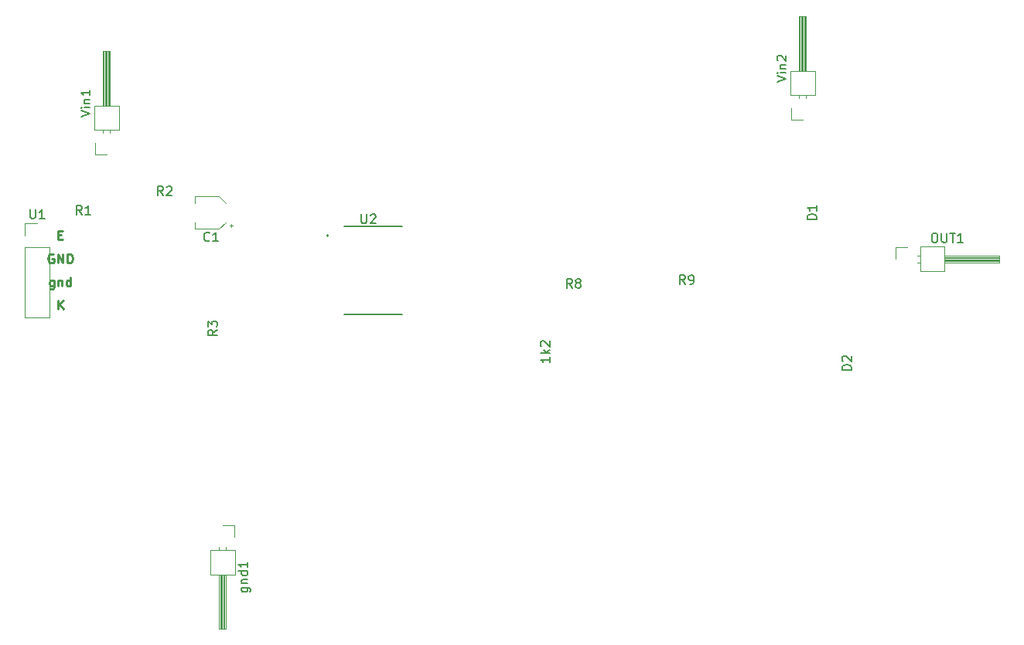
<source format=gbr>
%TF.GenerationSoftware,KiCad,Pcbnew,(5.1.10)-1*%
%TF.CreationDate,2021-11-07T21:57:16-05:00*%
%TF.ProjectId,kicad,6b696361-642e-46b6-9963-61645f706362,rev?*%
%TF.SameCoordinates,Original*%
%TF.FileFunction,Legend,Top*%
%TF.FilePolarity,Positive*%
%FSLAX46Y46*%
G04 Gerber Fmt 4.6, Leading zero omitted, Abs format (unit mm)*
G04 Created by KiCad (PCBNEW (5.1.10)-1) date 2021-11-07 21:57:16*
%MOMM*%
%LPD*%
G01*
G04 APERTURE LIST*
%ADD10C,0.250000*%
%ADD11C,0.120000*%
%ADD12C,0.100000*%
%ADD13C,0.200000*%
%ADD14C,0.127000*%
%ADD15C,0.150000*%
G04 APERTURE END LIST*
D10*
X150439523Y-109005714D02*
X150439523Y-109815238D01*
X150391904Y-109910476D01*
X150344285Y-109958095D01*
X150249047Y-110005714D01*
X150106190Y-110005714D01*
X150010952Y-109958095D01*
X150439523Y-109624761D02*
X150344285Y-109672380D01*
X150153809Y-109672380D01*
X150058571Y-109624761D01*
X150010952Y-109577142D01*
X149963333Y-109481904D01*
X149963333Y-109196190D01*
X150010952Y-109100952D01*
X150058571Y-109053333D01*
X150153809Y-109005714D01*
X150344285Y-109005714D01*
X150439523Y-109053333D01*
X150915714Y-109005714D02*
X150915714Y-109672380D01*
X150915714Y-109100952D02*
X150963333Y-109053333D01*
X151058571Y-109005714D01*
X151201428Y-109005714D01*
X151296666Y-109053333D01*
X151344285Y-109148571D01*
X151344285Y-109672380D01*
X152249047Y-109672380D02*
X152249047Y-108672380D01*
X152249047Y-109624761D02*
X152153809Y-109672380D01*
X151963333Y-109672380D01*
X151868095Y-109624761D01*
X151820476Y-109577142D01*
X151772857Y-109481904D01*
X151772857Y-109196190D01*
X151820476Y-109100952D01*
X151868095Y-109053333D01*
X151963333Y-109005714D01*
X152153809Y-109005714D01*
X152249047Y-109053333D01*
X150368095Y-106180000D02*
X150272857Y-106132380D01*
X150130000Y-106132380D01*
X149987142Y-106180000D01*
X149891904Y-106275238D01*
X149844285Y-106370476D01*
X149796666Y-106560952D01*
X149796666Y-106703809D01*
X149844285Y-106894285D01*
X149891904Y-106989523D01*
X149987142Y-107084761D01*
X150130000Y-107132380D01*
X150225238Y-107132380D01*
X150368095Y-107084761D01*
X150415714Y-107037142D01*
X150415714Y-106703809D01*
X150225238Y-106703809D01*
X150844285Y-107132380D02*
X150844285Y-106132380D01*
X151415714Y-107132380D01*
X151415714Y-106132380D01*
X151891904Y-107132380D02*
X151891904Y-106132380D01*
X152130000Y-106132380D01*
X152272857Y-106180000D01*
X152368095Y-106275238D01*
X152415714Y-106370476D01*
X152463333Y-106560952D01*
X152463333Y-106703809D01*
X152415714Y-106894285D01*
X152368095Y-106989523D01*
X152272857Y-107084761D01*
X152130000Y-107132380D01*
X151891904Y-107132380D01*
X150868095Y-112212380D02*
X150868095Y-111212380D01*
X151439523Y-112212380D02*
X151010952Y-111640952D01*
X151439523Y-111212380D02*
X150868095Y-111783809D01*
X150915714Y-104068571D02*
X151249047Y-104068571D01*
X151391904Y-104592380D02*
X150915714Y-104592380D01*
X150915714Y-103592380D01*
X151391904Y-103592380D01*
D11*
%TO.C,U1*%
X147260000Y-113090000D02*
X149920000Y-113090000D01*
X147260000Y-105410000D02*
X147260000Y-113090000D01*
X149920000Y-105410000D02*
X149920000Y-113090000D01*
X147260000Y-105410000D02*
X149920000Y-105410000D01*
X147260000Y-104140000D02*
X147260000Y-102810000D01*
X147260000Y-102810000D02*
X148590000Y-102810000D01*
%TO.C,Vin2*%
X231080000Y-88730000D02*
X233740000Y-88730000D01*
X233740000Y-88730000D02*
X233740000Y-86070000D01*
X233740000Y-86070000D02*
X231080000Y-86070000D01*
X231080000Y-86070000D02*
X231080000Y-88730000D01*
X232030000Y-86070000D02*
X232030000Y-80070000D01*
X232030000Y-80070000D02*
X232790000Y-80070000D01*
X232790000Y-80070000D02*
X232790000Y-86070000D01*
X232090000Y-86070000D02*
X232090000Y-80070000D01*
X232210000Y-86070000D02*
X232210000Y-80070000D01*
X232330000Y-86070000D02*
X232330000Y-80070000D01*
X232450000Y-86070000D02*
X232450000Y-80070000D01*
X232570000Y-86070000D02*
X232570000Y-80070000D01*
X232690000Y-86070000D02*
X232690000Y-80070000D01*
X232030000Y-89060000D02*
X232030000Y-88730000D01*
X232790000Y-89060000D02*
X232790000Y-88730000D01*
X232410000Y-91440000D02*
X231140000Y-91440000D01*
X231140000Y-91440000D02*
X231140000Y-90170000D01*
%TO.C,OUT1*%
X245280000Y-105350000D02*
X245280000Y-108010000D01*
X245280000Y-108010000D02*
X247940000Y-108010000D01*
X247940000Y-108010000D02*
X247940000Y-105350000D01*
X247940000Y-105350000D02*
X245280000Y-105350000D01*
X247940000Y-106300000D02*
X253940000Y-106300000D01*
X253940000Y-106300000D02*
X253940000Y-107060000D01*
X253940000Y-107060000D02*
X247940000Y-107060000D01*
X247940000Y-106360000D02*
X253940000Y-106360000D01*
X247940000Y-106480000D02*
X253940000Y-106480000D01*
X247940000Y-106600000D02*
X253940000Y-106600000D01*
X247940000Y-106720000D02*
X253940000Y-106720000D01*
X247940000Y-106840000D02*
X253940000Y-106840000D01*
X247940000Y-106960000D02*
X253940000Y-106960000D01*
X244950000Y-106300000D02*
X245280000Y-106300000D01*
X244950000Y-107060000D02*
X245280000Y-107060000D01*
X242570000Y-106680000D02*
X242570000Y-105410000D01*
X242570000Y-105410000D02*
X243840000Y-105410000D01*
D12*
%TO.C,D2*%
X236270000Y-117250000D02*
G75*
G03*
X236270000Y-117250000I-50000J0D01*
G01*
%TO.C,D1*%
X232460000Y-100740000D02*
G75*
G03*
X232460000Y-100740000I-50000J0D01*
G01*
D11*
%TO.C,C1*%
X165880000Y-99840000D02*
X165880000Y-100540000D01*
X165880000Y-103360000D02*
X165880000Y-102660000D01*
X168510563Y-103360000D02*
X165880000Y-103360000D01*
X168510563Y-99840000D02*
X165880000Y-99840000D01*
X169210563Y-102660000D02*
X168510563Y-103360000D01*
X169210563Y-100540000D02*
X168510563Y-99840000D01*
X170015000Y-103035000D02*
X169640000Y-103035000D01*
X169827500Y-103222500D02*
X169827500Y-102847500D01*
D13*
%TO.C,U2*%
X180485000Y-104140000D02*
G75*
G03*
X180485000Y-104140000I-100000J0D01*
G01*
D14*
X182245000Y-103155000D02*
X188595000Y-103155000D01*
X182245000Y-112745000D02*
X188595000Y-112745000D01*
D11*
%TO.C,gnd1*%
X170240000Y-138600000D02*
X167580000Y-138600000D01*
X167580000Y-138600000D02*
X167580000Y-141260000D01*
X167580000Y-141260000D02*
X170240000Y-141260000D01*
X170240000Y-141260000D02*
X170240000Y-138600000D01*
X169290000Y-141260000D02*
X169290000Y-147260000D01*
X169290000Y-147260000D02*
X168530000Y-147260000D01*
X168530000Y-147260000D02*
X168530000Y-141260000D01*
X169230000Y-141260000D02*
X169230000Y-147260000D01*
X169110000Y-141260000D02*
X169110000Y-147260000D01*
X168990000Y-141260000D02*
X168990000Y-147260000D01*
X168870000Y-141260000D02*
X168870000Y-147260000D01*
X168750000Y-141260000D02*
X168750000Y-147260000D01*
X168630000Y-141260000D02*
X168630000Y-147260000D01*
X169290000Y-138270000D02*
X169290000Y-138600000D01*
X168530000Y-138270000D02*
X168530000Y-138600000D01*
X168910000Y-135890000D02*
X170180000Y-135890000D01*
X170180000Y-135890000D02*
X170180000Y-137160000D01*
%TO.C,Vin1*%
X154880000Y-92540000D02*
X157540000Y-92540000D01*
X157540000Y-92540000D02*
X157540000Y-89880000D01*
X157540000Y-89880000D02*
X154880000Y-89880000D01*
X154880000Y-89880000D02*
X154880000Y-92540000D01*
X155830000Y-89880000D02*
X155830000Y-83880000D01*
X155830000Y-83880000D02*
X156590000Y-83880000D01*
X156590000Y-83880000D02*
X156590000Y-89880000D01*
X155890000Y-89880000D02*
X155890000Y-83880000D01*
X156010000Y-89880000D02*
X156010000Y-83880000D01*
X156130000Y-89880000D02*
X156130000Y-83880000D01*
X156250000Y-89880000D02*
X156250000Y-83880000D01*
X156370000Y-89880000D02*
X156370000Y-83880000D01*
X156490000Y-89880000D02*
X156490000Y-83880000D01*
X155830000Y-92870000D02*
X155830000Y-92540000D01*
X156590000Y-92870000D02*
X156590000Y-92540000D01*
X156210000Y-95250000D02*
X154940000Y-95250000D01*
X154940000Y-95250000D02*
X154940000Y-93980000D01*
%TO.C,U1*%
D15*
X147828095Y-101262380D02*
X147828095Y-102071904D01*
X147875714Y-102167142D01*
X147923333Y-102214761D01*
X148018571Y-102262380D01*
X148209047Y-102262380D01*
X148304285Y-102214761D01*
X148351904Y-102167142D01*
X148399523Y-102071904D01*
X148399523Y-101262380D01*
X149399523Y-102262380D02*
X148828095Y-102262380D01*
X149113809Y-102262380D02*
X149113809Y-101262380D01*
X149018571Y-101405238D01*
X148923333Y-101500476D01*
X148828095Y-101548095D01*
%TO.C,Vin2*%
X229592380Y-87285000D02*
X230592380Y-86951666D01*
X229592380Y-86618333D01*
X230592380Y-86285000D02*
X229925714Y-86285000D01*
X229592380Y-86285000D02*
X229640000Y-86332619D01*
X229687619Y-86285000D01*
X229640000Y-86237380D01*
X229592380Y-86285000D01*
X229687619Y-86285000D01*
X229925714Y-85808809D02*
X230592380Y-85808809D01*
X230020952Y-85808809D02*
X229973333Y-85761190D01*
X229925714Y-85665952D01*
X229925714Y-85523095D01*
X229973333Y-85427857D01*
X230068571Y-85380238D01*
X230592380Y-85380238D01*
X229687619Y-84951666D02*
X229640000Y-84904047D01*
X229592380Y-84808809D01*
X229592380Y-84570714D01*
X229640000Y-84475476D01*
X229687619Y-84427857D01*
X229782857Y-84380238D01*
X229878095Y-84380238D01*
X230020952Y-84427857D01*
X230592380Y-84999285D01*
X230592380Y-84380238D01*
%TO.C,OUT1*%
X246748809Y-103862380D02*
X246939285Y-103862380D01*
X247034523Y-103910000D01*
X247129761Y-104005238D01*
X247177380Y-104195714D01*
X247177380Y-104529047D01*
X247129761Y-104719523D01*
X247034523Y-104814761D01*
X246939285Y-104862380D01*
X246748809Y-104862380D01*
X246653571Y-104814761D01*
X246558333Y-104719523D01*
X246510714Y-104529047D01*
X246510714Y-104195714D01*
X246558333Y-104005238D01*
X246653571Y-103910000D01*
X246748809Y-103862380D01*
X247605952Y-103862380D02*
X247605952Y-104671904D01*
X247653571Y-104767142D01*
X247701190Y-104814761D01*
X247796428Y-104862380D01*
X247986904Y-104862380D01*
X248082142Y-104814761D01*
X248129761Y-104767142D01*
X248177380Y-104671904D01*
X248177380Y-103862380D01*
X248510714Y-103862380D02*
X249082142Y-103862380D01*
X248796428Y-104862380D02*
X248796428Y-103862380D01*
X249939285Y-104862380D02*
X249367857Y-104862380D01*
X249653571Y-104862380D02*
X249653571Y-103862380D01*
X249558333Y-104005238D01*
X249463095Y-104100476D01*
X249367857Y-104148095D01*
%TO.C,R9*%
X219543333Y-109452380D02*
X219210000Y-108976190D01*
X218971904Y-109452380D02*
X218971904Y-108452380D01*
X219352857Y-108452380D01*
X219448095Y-108500000D01*
X219495714Y-108547619D01*
X219543333Y-108642857D01*
X219543333Y-108785714D01*
X219495714Y-108880952D01*
X219448095Y-108928571D01*
X219352857Y-108976190D01*
X218971904Y-108976190D01*
X220019523Y-109452380D02*
X220210000Y-109452380D01*
X220305238Y-109404761D01*
X220352857Y-109357142D01*
X220448095Y-109214285D01*
X220495714Y-109023809D01*
X220495714Y-108642857D01*
X220448095Y-108547619D01*
X220400476Y-108500000D01*
X220305238Y-108452380D01*
X220114761Y-108452380D01*
X220019523Y-108500000D01*
X219971904Y-108547619D01*
X219924285Y-108642857D01*
X219924285Y-108880952D01*
X219971904Y-108976190D01*
X220019523Y-109023809D01*
X220114761Y-109071428D01*
X220305238Y-109071428D01*
X220400476Y-109023809D01*
X220448095Y-108976190D01*
X220495714Y-108880952D01*
%TO.C,R8*%
X207163333Y-109892380D02*
X206830000Y-109416190D01*
X206591904Y-109892380D02*
X206591904Y-108892380D01*
X206972857Y-108892380D01*
X207068095Y-108940000D01*
X207115714Y-108987619D01*
X207163333Y-109082857D01*
X207163333Y-109225714D01*
X207115714Y-109320952D01*
X207068095Y-109368571D01*
X206972857Y-109416190D01*
X206591904Y-109416190D01*
X207734761Y-109320952D02*
X207639523Y-109273333D01*
X207591904Y-109225714D01*
X207544285Y-109130476D01*
X207544285Y-109082857D01*
X207591904Y-108987619D01*
X207639523Y-108940000D01*
X207734761Y-108892380D01*
X207925238Y-108892380D01*
X208020476Y-108940000D01*
X208068095Y-108987619D01*
X208115714Y-109082857D01*
X208115714Y-109130476D01*
X208068095Y-109225714D01*
X208020476Y-109273333D01*
X207925238Y-109320952D01*
X207734761Y-109320952D01*
X207639523Y-109368571D01*
X207591904Y-109416190D01*
X207544285Y-109511428D01*
X207544285Y-109701904D01*
X207591904Y-109797142D01*
X207639523Y-109844761D01*
X207734761Y-109892380D01*
X207925238Y-109892380D01*
X208020476Y-109844761D01*
X208068095Y-109797142D01*
X208115714Y-109701904D01*
X208115714Y-109511428D01*
X208068095Y-109416190D01*
X208020476Y-109368571D01*
X207925238Y-109320952D01*
%TO.C,R3*%
X168312380Y-114466666D02*
X167836190Y-114800000D01*
X168312380Y-115038095D02*
X167312380Y-115038095D01*
X167312380Y-114657142D01*
X167360000Y-114561904D01*
X167407619Y-114514285D01*
X167502857Y-114466666D01*
X167645714Y-114466666D01*
X167740952Y-114514285D01*
X167788571Y-114561904D01*
X167836190Y-114657142D01*
X167836190Y-115038095D01*
X167312380Y-114133333D02*
X167312380Y-113514285D01*
X167693333Y-113847619D01*
X167693333Y-113704761D01*
X167740952Y-113609523D01*
X167788571Y-113561904D01*
X167883809Y-113514285D01*
X168121904Y-113514285D01*
X168217142Y-113561904D01*
X168264761Y-113609523D01*
X168312380Y-113704761D01*
X168312380Y-113990476D01*
X168264761Y-114085714D01*
X168217142Y-114133333D01*
%TO.C,D2*%
X237722380Y-118848095D02*
X236722380Y-118848095D01*
X236722380Y-118610000D01*
X236770000Y-118467142D01*
X236865238Y-118371904D01*
X236960476Y-118324285D01*
X237150952Y-118276666D01*
X237293809Y-118276666D01*
X237484285Y-118324285D01*
X237579523Y-118371904D01*
X237674761Y-118467142D01*
X237722380Y-118610000D01*
X237722380Y-118848095D01*
X236817619Y-117895714D02*
X236770000Y-117848095D01*
X236722380Y-117752857D01*
X236722380Y-117514761D01*
X236770000Y-117419523D01*
X236817619Y-117371904D01*
X236912857Y-117324285D01*
X237008095Y-117324285D01*
X237150952Y-117371904D01*
X237722380Y-117943333D01*
X237722380Y-117324285D01*
%TO.C,D1*%
X233912380Y-102338095D02*
X232912380Y-102338095D01*
X232912380Y-102100000D01*
X232960000Y-101957142D01*
X233055238Y-101861904D01*
X233150476Y-101814285D01*
X233340952Y-101766666D01*
X233483809Y-101766666D01*
X233674285Y-101814285D01*
X233769523Y-101861904D01*
X233864761Y-101957142D01*
X233912380Y-102100000D01*
X233912380Y-102338095D01*
X233912380Y-100814285D02*
X233912380Y-101385714D01*
X233912380Y-101100000D02*
X232912380Y-101100000D01*
X233055238Y-101195238D01*
X233150476Y-101290476D01*
X233198095Y-101385714D01*
%TO.C,C1*%
X167473333Y-104657142D02*
X167425714Y-104704761D01*
X167282857Y-104752380D01*
X167187619Y-104752380D01*
X167044761Y-104704761D01*
X166949523Y-104609523D01*
X166901904Y-104514285D01*
X166854285Y-104323809D01*
X166854285Y-104180952D01*
X166901904Y-103990476D01*
X166949523Y-103895238D01*
X167044761Y-103800000D01*
X167187619Y-103752380D01*
X167282857Y-103752380D01*
X167425714Y-103800000D01*
X167473333Y-103847619D01*
X168425714Y-104752380D02*
X167854285Y-104752380D01*
X168140000Y-104752380D02*
X168140000Y-103752380D01*
X168044761Y-103895238D01*
X167949523Y-103990476D01*
X167854285Y-104038095D01*
%TO.C,1k2*%
X204702380Y-117435238D02*
X204702380Y-118006666D01*
X204702380Y-117720952D02*
X203702380Y-117720952D01*
X203845238Y-117816190D01*
X203940476Y-117911428D01*
X203988095Y-118006666D01*
X204702380Y-117006666D02*
X203702380Y-117006666D01*
X204321428Y-116911428D02*
X204702380Y-116625714D01*
X204035714Y-116625714D02*
X204416666Y-117006666D01*
X203797619Y-116244761D02*
X203750000Y-116197142D01*
X203702380Y-116101904D01*
X203702380Y-115863809D01*
X203750000Y-115768571D01*
X203797619Y-115720952D01*
X203892857Y-115673333D01*
X203988095Y-115673333D01*
X204130952Y-115720952D01*
X204702380Y-116292380D01*
X204702380Y-115673333D01*
%TO.C,U2*%
X184093095Y-101795380D02*
X184093095Y-102604904D01*
X184140714Y-102700142D01*
X184188333Y-102747761D01*
X184283571Y-102795380D01*
X184474047Y-102795380D01*
X184569285Y-102747761D01*
X184616904Y-102700142D01*
X184664523Y-102604904D01*
X184664523Y-101795380D01*
X185093095Y-101890619D02*
X185140714Y-101843000D01*
X185235952Y-101795380D01*
X185474047Y-101795380D01*
X185569285Y-101843000D01*
X185616904Y-101890619D01*
X185664523Y-101985857D01*
X185664523Y-102081095D01*
X185616904Y-102223952D01*
X185045476Y-102795380D01*
X185664523Y-102795380D01*
%TO.C,gnd1*%
X170965714Y-142711666D02*
X171775238Y-142711666D01*
X171870476Y-142759285D01*
X171918095Y-142806904D01*
X171965714Y-142902142D01*
X171965714Y-143045000D01*
X171918095Y-143140238D01*
X171584761Y-142711666D02*
X171632380Y-142806904D01*
X171632380Y-142997380D01*
X171584761Y-143092619D01*
X171537142Y-143140238D01*
X171441904Y-143187857D01*
X171156190Y-143187857D01*
X171060952Y-143140238D01*
X171013333Y-143092619D01*
X170965714Y-142997380D01*
X170965714Y-142806904D01*
X171013333Y-142711666D01*
X170965714Y-142235476D02*
X171632380Y-142235476D01*
X171060952Y-142235476D02*
X171013333Y-142187857D01*
X170965714Y-142092619D01*
X170965714Y-141949761D01*
X171013333Y-141854523D01*
X171108571Y-141806904D01*
X171632380Y-141806904D01*
X171632380Y-140902142D02*
X170632380Y-140902142D01*
X171584761Y-140902142D02*
X171632380Y-140997380D01*
X171632380Y-141187857D01*
X171584761Y-141283095D01*
X171537142Y-141330714D01*
X171441904Y-141378333D01*
X171156190Y-141378333D01*
X171060952Y-141330714D01*
X171013333Y-141283095D01*
X170965714Y-141187857D01*
X170965714Y-140997380D01*
X171013333Y-140902142D01*
X171632380Y-139902142D02*
X171632380Y-140473571D01*
X171632380Y-140187857D02*
X170632380Y-140187857D01*
X170775238Y-140283095D01*
X170870476Y-140378333D01*
X170918095Y-140473571D01*
%TO.C,Vin1*%
X153392380Y-91095000D02*
X154392380Y-90761666D01*
X153392380Y-90428333D01*
X154392380Y-90095000D02*
X153725714Y-90095000D01*
X153392380Y-90095000D02*
X153440000Y-90142619D01*
X153487619Y-90095000D01*
X153440000Y-90047380D01*
X153392380Y-90095000D01*
X153487619Y-90095000D01*
X153725714Y-89618809D02*
X154392380Y-89618809D01*
X153820952Y-89618809D02*
X153773333Y-89571190D01*
X153725714Y-89475952D01*
X153725714Y-89333095D01*
X153773333Y-89237857D01*
X153868571Y-89190238D01*
X154392380Y-89190238D01*
X154392380Y-88190238D02*
X154392380Y-88761666D01*
X154392380Y-88475952D02*
X153392380Y-88475952D01*
X153535238Y-88571190D01*
X153630476Y-88666428D01*
X153678095Y-88761666D01*
%TO.C,R2*%
X162393333Y-99732380D02*
X162060000Y-99256190D01*
X161821904Y-99732380D02*
X161821904Y-98732380D01*
X162202857Y-98732380D01*
X162298095Y-98780000D01*
X162345714Y-98827619D01*
X162393333Y-98922857D01*
X162393333Y-99065714D01*
X162345714Y-99160952D01*
X162298095Y-99208571D01*
X162202857Y-99256190D01*
X161821904Y-99256190D01*
X162774285Y-98827619D02*
X162821904Y-98780000D01*
X162917142Y-98732380D01*
X163155238Y-98732380D01*
X163250476Y-98780000D01*
X163298095Y-98827619D01*
X163345714Y-98922857D01*
X163345714Y-99018095D01*
X163298095Y-99160952D01*
X162726666Y-99732380D01*
X163345714Y-99732380D01*
%TO.C,R1*%
X153503333Y-101832380D02*
X153170000Y-101356190D01*
X152931904Y-101832380D02*
X152931904Y-100832380D01*
X153312857Y-100832380D01*
X153408095Y-100880000D01*
X153455714Y-100927619D01*
X153503333Y-101022857D01*
X153503333Y-101165714D01*
X153455714Y-101260952D01*
X153408095Y-101308571D01*
X153312857Y-101356190D01*
X152931904Y-101356190D01*
X154455714Y-101832380D02*
X153884285Y-101832380D01*
X154170000Y-101832380D02*
X154170000Y-100832380D01*
X154074761Y-100975238D01*
X153979523Y-101070476D01*
X153884285Y-101118095D01*
%TD*%
M02*

</source>
